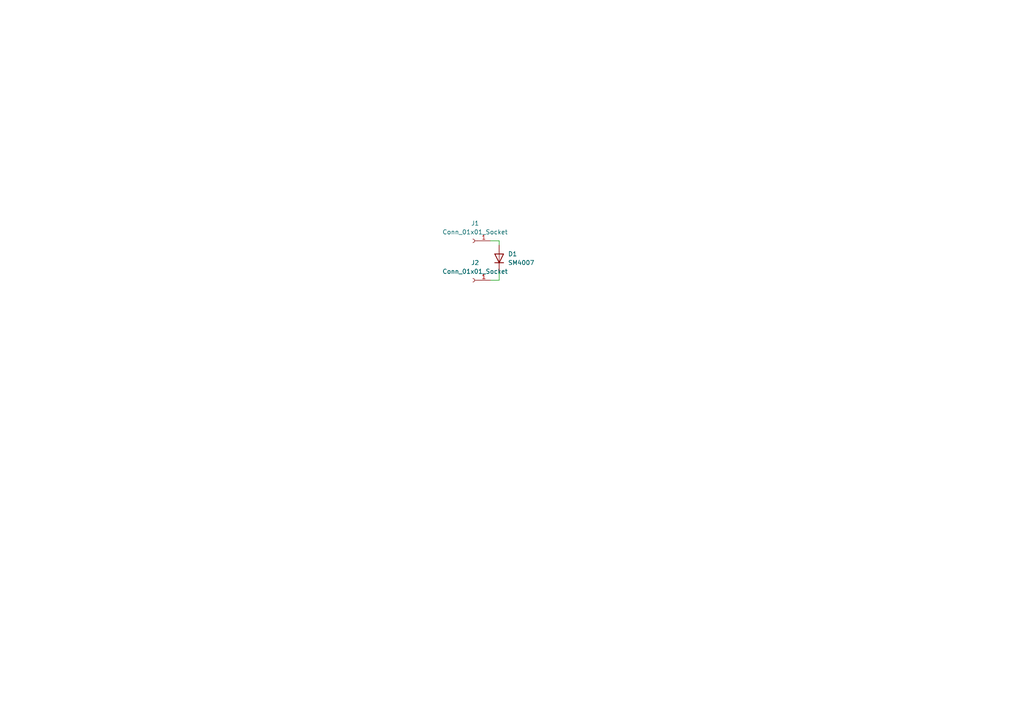
<source format=kicad_sch>
(kicad_sch (version 20231120) (generator "eeschema") (generator_version "8.0")
  (paper "A4")
  (lib_symbols
    (symbol "Connector:Conn_01x01_Socket" (pin_names (offset 1.016) hide)
      (property "Reference" "J" (at 0 2.54 0))
      (property "Value" "Conn_01x01_Socket" (at 0 -2.54 0))
      (symbol "Conn_01x01_Socket_1_1"
        (polyline (pts (xy -1.27 0) (xy -0.508 0)) (stroke (width 0.1524)))
        (arc (start 0 0.508) (mid -0.5058 0) (end 0 -0.508) (stroke (width 0.1524)))
        (pin passive line (at -5.08 0 0) (length 3.81) (name "Pin_1") (number "1"))
      )
    )
    (symbol "Diode:SM4007" (pin_numbers hide) (pin_names hide)
      (property "Reference" "D" (at 0 2.54 0))
      (property "Value" "SM4007" (at 0 -2.54 0))
      (symbol "SM4007_0_1"
        (polyline (pts (xy -1.27 1.27) (xy -1.27 -1.27)) (stroke (width 0.254)))
        (polyline (pts (xy 1.27 0) (xy -1.27 0)))
        (polyline (pts (xy 1.27 1.27) (xy 1.27 -1.27) (xy -1.27 0) (xy 1.27 1.27)) (stroke (width 0.254)))
      )
      (symbol "SM4007_1_1"
        (pin passive line (at -3.81 0 0) (length 2.54) (name "K") (number "1"))
        (pin passive line (at 3.81 0 180) (length 2.54) (name "A") (number "2"))
      )
    )
  )
  (wire (pts (xy 144.78 69.85) (xy 144.78 71.12)))
  (wire (pts (xy 144.78 78.74) (xy 144.78 81.28)))
  (wire (pts (xy 142.24 69.85) (xy 144.78 69.85)))
  (wire (pts (xy 144.78 81.28) (xy 142.24 81.28)))
  (symbol (lib_id "Diode:SM4007") (at 144.78 74.93 90) (unit 1)
    (property "Reference" "D1" (at 147.32 73.6599 90) (effects (justify right)))
    (property "Value" "SM4007" (at 147.32 76.1999 90) (effects (justify right)))
    (property "Footprint" "Diode_SMD:D_SMA" (effects (hide yes)))
    (property "Datasheet" "http://cdn-reichelt.de/documents/datenblatt/A400/SMD1N400%23DIO.pdf" (effects (hide yes)))
    (property "Description" "1000V 1A General Purpose Rectifier Diode, MELF" (effects (hide yes)))
    (property "Sim.Device" "D" (effects (hide yes)))
    (property "Sim.Pins" "1=K 2=A" (effects (hide yes)))
  )
  (symbol (lib_id "Connector:Conn_01x01_Socket") (at 137.16 69.85 0) (mirror y) (unit 1)
    (property "Reference" "J1" (at 137.795 64.77 0))
    (property "Value" "Conn_01x01_Socket" (at 137.795 67.31 0))
    (property "Footprint" "MountingHole:MountingHole_2.5mm_Pad" (effects (hide yes)))
    (property "Description" "Generic connector, single row, 01x01, script generated" (effects (hide yes)))
  )
  (symbol (lib_id "Connector:Conn_01x01_Socket") (at 137.16 81.28 0) (mirror y) (unit 1)
    (property "Reference" "J2" (at 137.795 76.2 0))
    (property "Value" "Conn_01x01_Socket" (at 137.795 78.74 0))
    (property "Footprint" "MountingHole:MountingHole_2.5mm_Pad" (effects (hide yes)))
    (property "Description" "Generic connector, single row, 01x01, script generated" (effects (hide yes)))
  )
)
</source>
